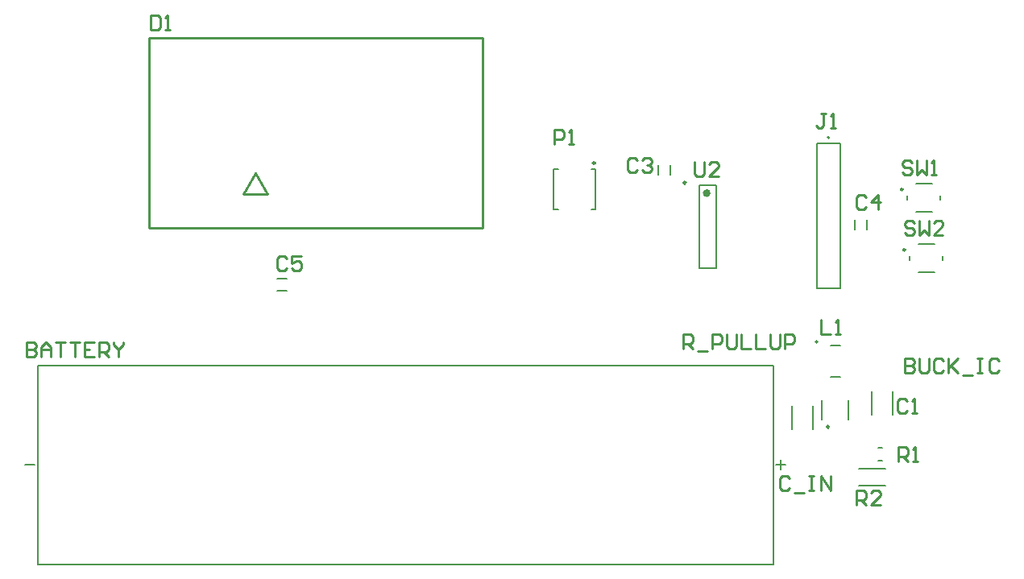
<source format=gto>
G04*
G04 #@! TF.GenerationSoftware,Altium Limited,Altium Designer,25.8.1 (18)*
G04*
G04 Layer_Color=65535*
%FSLAX44Y44*%
%MOMM*%
G71*
G04*
G04 #@! TF.SameCoordinates,0E36A995-5994-4D59-ADB7-A1CD213CA6DD*
G04*
G04*
G04 #@! TF.FilePolarity,Positive*
G04*
G01*
G75*
%ADD10C,0.2000*%
%ADD11C,0.2500*%
%ADD12C,0.4000*%
%ADD13C,0.1270*%
%ADD14C,0.2540*%
D10*
X1575862Y813857D02*
G03*
X1575862Y813857I-1000J0D01*
G01*
X1588500Y1028850D02*
G03*
X1588500Y1028850I-1000J0D01*
G01*
X1008460Y880260D02*
X1018460D01*
X1008460Y867260D02*
X1018460D01*
X1408280Y989410D02*
Y999410D01*
X1421280Y989410D02*
Y999410D01*
X1451500Y891220D02*
Y978220D01*
X1469500Y891220D02*
Y978220D01*
X1451500D02*
X1469500D01*
X1451500Y891220D02*
X1469500D01*
X1633015Y737459D02*
Y762041D01*
X1655015Y737459D02*
Y762041D01*
X1580485Y732130D02*
Y752130D01*
X1608425Y732077D02*
Y752077D01*
X1619409Y680891D02*
X1647031D01*
X1619409Y662769D02*
X1647031D01*
X1639860Y702710D02*
X1644360D01*
X1639860Y689210D02*
X1644360D01*
X1571195Y722219D02*
Y746801D01*
X1549195Y722219D02*
Y746801D01*
X1575050Y869950D02*
X1599950D01*
X1575050Y1022350D02*
X1599950D01*
X1575050Y869950D02*
Y1022350D01*
X1599950Y869950D02*
Y1022350D01*
X1532500Y684530D02*
X1542500D01*
X1537500Y679530D02*
Y689530D01*
X743500Y684530D02*
X753500D01*
X756500Y580030D02*
Y789030D01*
Y580030D02*
X1529500D01*
Y789030D01*
X756500D02*
X1529500D01*
X1672870Y899450D02*
Y903950D01*
X1682120Y886700D02*
X1698620D01*
X1707870Y899450D02*
Y903950D01*
X1682120Y916700D02*
X1698620D01*
X1670330Y962950D02*
Y967450D01*
X1679580Y950200D02*
X1696080D01*
X1705330Y962950D02*
Y967450D01*
X1679580Y980200D02*
X1696080D01*
X1615290Y932260D02*
Y942260D01*
X1628290Y932260D02*
Y942260D01*
X1298800Y995340D02*
X1303300D01*
X1298800Y952840D02*
X1303300D01*
X1298800D02*
Y995340D01*
X1338300D02*
X1342800D01*
X1338300Y952840D02*
X1342800D01*
Y995340D01*
D11*
X1437750Y981320D02*
G03*
X1437750Y981320I-1250J0D01*
G01*
X1588235Y724630D02*
G03*
X1588235Y724630I-1250J0D01*
G01*
X1668370Y910700D02*
G03*
X1668370Y910700I-1250J0D01*
G01*
X1665830Y974200D02*
G03*
X1665830Y974200I-1250J0D01*
G01*
X1342273Y1001888D02*
G03*
X1342273Y1001888I-1250J0D01*
G01*
D12*
X1461500Y970220D02*
G03*
X1461500Y970220I-2000J0D01*
G01*
D13*
X1590163Y777357D02*
X1599563D01*
X1590163Y810357D02*
X1599563D01*
D14*
X972566Y969010D02*
X997966D01*
X985266Y991007D02*
X997966Y969010D01*
X972566D02*
X985266Y991007D01*
X873760Y1133450D02*
X1223772D01*
Y933450D02*
Y1133450D01*
X873760Y933450D02*
Y1133450D01*
Y933450D02*
X1223772D01*
X1579766Y836927D02*
Y821693D01*
X1589922D01*
X1595001D02*
X1600079D01*
X1597540D01*
Y836927D01*
X1595001Y834388D01*
X875030Y1157473D02*
Y1142238D01*
X882647D01*
X885187Y1144777D01*
Y1154934D01*
X882647Y1157473D01*
X875030D01*
X890265Y1142238D02*
X895343D01*
X892804D01*
Y1157473D01*
X890265Y1154934D01*
X1584957Y1053587D02*
X1579878D01*
X1582417D01*
Y1040891D01*
X1579878Y1038352D01*
X1577339D01*
X1574800Y1040891D01*
X1590035Y1038352D02*
X1595113D01*
X1592574D01*
Y1053587D01*
X1590035Y1051048D01*
X1446534Y1003298D02*
Y990602D01*
X1449073Y988063D01*
X1454152D01*
X1456691Y990602D01*
Y1003298D01*
X1471926Y988063D02*
X1461769D01*
X1471926Y998219D01*
Y1000758D01*
X1469387Y1003298D01*
X1464308D01*
X1461769Y1000758D01*
X1667526Y796287D02*
Y781052D01*
X1675144D01*
X1677683Y783591D01*
Y786130D01*
X1675144Y788670D01*
X1667526D01*
X1675144D01*
X1677683Y791209D01*
Y793748D01*
X1675144Y796287D01*
X1667526D01*
X1682761D02*
Y783591D01*
X1685300Y781052D01*
X1690379D01*
X1692918Y783591D01*
Y796287D01*
X1708153Y793748D02*
X1705614Y796287D01*
X1700535D01*
X1697996Y793748D01*
Y783591D01*
X1700535Y781052D01*
X1705614D01*
X1708153Y783591D01*
X1713231Y796287D02*
Y781052D01*
Y786130D01*
X1723388Y796287D01*
X1715770Y788670D01*
X1723388Y781052D01*
X1728466Y778513D02*
X1738623D01*
X1743701Y796287D02*
X1748780D01*
X1746241D01*
Y781052D01*
X1743701D01*
X1748780D01*
X1766554Y793748D02*
X1764015Y796287D01*
X1758936D01*
X1756397Y793748D01*
Y783591D01*
X1758936Y781052D01*
X1764015D01*
X1766554Y783591D01*
X1677413Y939034D02*
X1674874Y941573D01*
X1669795D01*
X1667256Y939034D01*
Y936495D01*
X1669795Y933956D01*
X1674874D01*
X1677413Y931416D01*
Y928877D01*
X1674874Y926338D01*
X1669795D01*
X1667256Y928877D01*
X1682491Y941573D02*
Y926338D01*
X1687569Y931416D01*
X1692648Y926338D01*
Y941573D01*
X1707883Y926338D02*
X1697726D01*
X1707883Y936495D01*
Y939034D01*
X1705344Y941573D01*
X1700265D01*
X1697726Y939034D01*
X1674873Y1002534D02*
X1672334Y1005073D01*
X1667255D01*
X1664716Y1002534D01*
Y999995D01*
X1667255Y997456D01*
X1672334D01*
X1674873Y994916D01*
Y992377D01*
X1672334Y989838D01*
X1667255D01*
X1664716Y992377D01*
X1679951Y1005073D02*
Y989838D01*
X1685029Y994916D01*
X1690108Y989838D01*
Y1005073D01*
X1695186Y989838D02*
X1700264D01*
X1697725D01*
Y1005073D01*
X1695186Y1002534D01*
X1616714Y642623D02*
Y657858D01*
X1624332D01*
X1626871Y655318D01*
Y650240D01*
X1624332Y647701D01*
X1616714D01*
X1621792D02*
X1626871Y642623D01*
X1642106D02*
X1631949D01*
X1642106Y652779D01*
Y655318D01*
X1639567Y657858D01*
X1634488D01*
X1631949Y655318D01*
X1434484Y806902D02*
Y822137D01*
X1442101D01*
X1444641Y819598D01*
Y814520D01*
X1442101Y811980D01*
X1434484D01*
X1439562D02*
X1444641Y806902D01*
X1449719Y804363D02*
X1459876D01*
X1464954Y806902D02*
Y822137D01*
X1472572D01*
X1475111Y819598D01*
Y814520D01*
X1472572Y811980D01*
X1464954D01*
X1480189Y822137D02*
Y809441D01*
X1482728Y806902D01*
X1487807D01*
X1490346Y809441D01*
Y822137D01*
X1495424D02*
Y806902D01*
X1505581D01*
X1510659Y822137D02*
Y806902D01*
X1520816D01*
X1525894Y822137D02*
Y809441D01*
X1528434Y806902D01*
X1533512D01*
X1536051Y809441D01*
Y822137D01*
X1541129Y806902D02*
Y822137D01*
X1548747D01*
X1551286Y819598D01*
Y814520D01*
X1548747Y811980D01*
X1541129D01*
X1661163Y688343D02*
Y703577D01*
X1668781D01*
X1671320Y701038D01*
Y695960D01*
X1668781Y693421D01*
X1661163D01*
X1666242D02*
X1671320Y688343D01*
X1676398D02*
X1681477D01*
X1678938D01*
Y703577D01*
X1676398Y701038D01*
X1299210Y1021334D02*
Y1036569D01*
X1306828D01*
X1309367Y1034030D01*
Y1028951D01*
X1306828Y1026412D01*
X1299210D01*
X1314445Y1021334D02*
X1319523D01*
X1316984D01*
Y1036569D01*
X1314445Y1034030D01*
X744982Y813811D02*
Y798576D01*
X752599D01*
X755139Y801115D01*
Y803654D01*
X752599Y806193D01*
X744982D01*
X752599D01*
X755139Y808733D01*
Y811272D01*
X752599Y813811D01*
X744982D01*
X760217Y798576D02*
Y808733D01*
X765295Y813811D01*
X770374Y808733D01*
Y798576D01*
Y806193D01*
X760217D01*
X775452Y813811D02*
X785609D01*
X780530D01*
Y798576D01*
X790687Y813811D02*
X800844D01*
X795766D01*
Y798576D01*
X816079Y813811D02*
X805922D01*
Y798576D01*
X816079D01*
X805922Y806193D02*
X811001D01*
X821157Y798576D02*
Y813811D01*
X828775D01*
X831314Y811272D01*
Y806193D01*
X828775Y803654D01*
X821157D01*
X826236D02*
X831314Y798576D01*
X836392Y813811D02*
Y811272D01*
X841471Y806193D01*
X846549Y811272D01*
Y813811D01*
X841471Y806193D02*
Y798576D01*
X1018283Y901696D02*
X1015743Y904235D01*
X1010665D01*
X1008126Y901696D01*
Y891539D01*
X1010665Y889000D01*
X1015743D01*
X1018283Y891539D01*
X1033518Y904235D02*
X1023361D01*
Y896618D01*
X1028439Y899157D01*
X1030979D01*
X1033518Y896618D01*
Y891539D01*
X1030979Y889000D01*
X1025900D01*
X1023361Y891539D01*
X1626867Y965450D02*
X1624328Y967989D01*
X1619249D01*
X1616710Y965450D01*
Y955293D01*
X1619249Y952754D01*
X1624328D01*
X1626867Y955293D01*
X1639563Y952754D02*
Y967989D01*
X1631945Y960371D01*
X1642102D01*
X1386841Y1004568D02*
X1384302Y1007107D01*
X1379223D01*
X1376684Y1004568D01*
Y994412D01*
X1379223Y991872D01*
X1384302D01*
X1386841Y994412D01*
X1391919Y1004568D02*
X1394458Y1007107D01*
X1399537D01*
X1402076Y1004568D01*
Y1002029D01*
X1399537Y999490D01*
X1396998D01*
X1399537D01*
X1402076Y996951D01*
Y994412D01*
X1399537Y991872D01*
X1394458D01*
X1391919Y994412D01*
X1546865Y670558D02*
X1544326Y673097D01*
X1539248D01*
X1536709Y670558D01*
Y660401D01*
X1539248Y657862D01*
X1544326D01*
X1546865Y660401D01*
X1551944Y655323D02*
X1562100D01*
X1567179Y673097D02*
X1572257D01*
X1569718D01*
Y657862D01*
X1567179D01*
X1572257D01*
X1579875D02*
Y673097D01*
X1590031Y657862D01*
Y673097D01*
X1670029Y751370D02*
X1667490Y753909D01*
X1662412D01*
X1659872Y751370D01*
Y741213D01*
X1662412Y738674D01*
X1667490D01*
X1670029Y741213D01*
X1675107Y738674D02*
X1680186D01*
X1677647D01*
Y753909D01*
X1675107Y751370D01*
M02*

</source>
